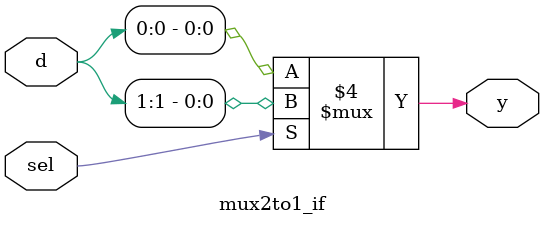
<source format=v>
module mux2to1_if(
  input [1:0] d,
  input sel,
  output reg y
);
always @(*) begin
  if(sel == 1'b0)
    y = d[0];
  else
    y = d[1];
end
endmodule



</source>
